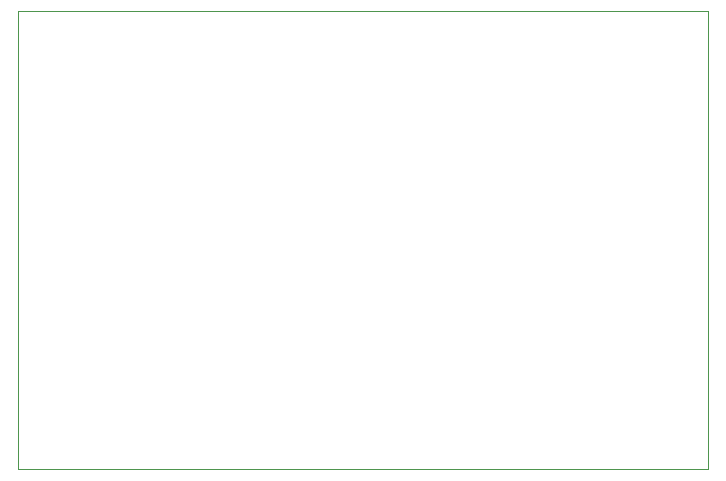
<source format=gm1>
G04 #@! TF.GenerationSoftware,KiCad,Pcbnew,5.1.6-c6e7f7d~86~ubuntu19.10.1*
G04 #@! TF.CreationDate,2020-05-26T12:51:18-04:00*
G04 #@! TF.ProjectId,emmon,656d6d6f-6e2e-46b6-9963-61645f706362,rev?*
G04 #@! TF.SameCoordinates,Original*
G04 #@! TF.FileFunction,Profile,NP*
%FSLAX46Y46*%
G04 Gerber Fmt 4.6, Leading zero omitted, Abs format (unit mm)*
G04 Created by KiCad (PCBNEW 5.1.6-c6e7f7d~86~ubuntu19.10.1) date 2020-05-26 12:51:18*
%MOMM*%
%LPD*%
G01*
G04 APERTURE LIST*
G04 #@! TA.AperFunction,Profile*
%ADD10C,0.100000*%
G04 #@! TD*
G04 APERTURE END LIST*
D10*
X149860000Y-80010000D02*
X149860000Y-118745000D01*
X91440000Y-80010000D02*
X149860000Y-80010000D01*
X91440000Y-118745000D02*
X91440000Y-80010000D01*
X149860000Y-118745000D02*
X91440000Y-118745000D01*
M02*

</source>
